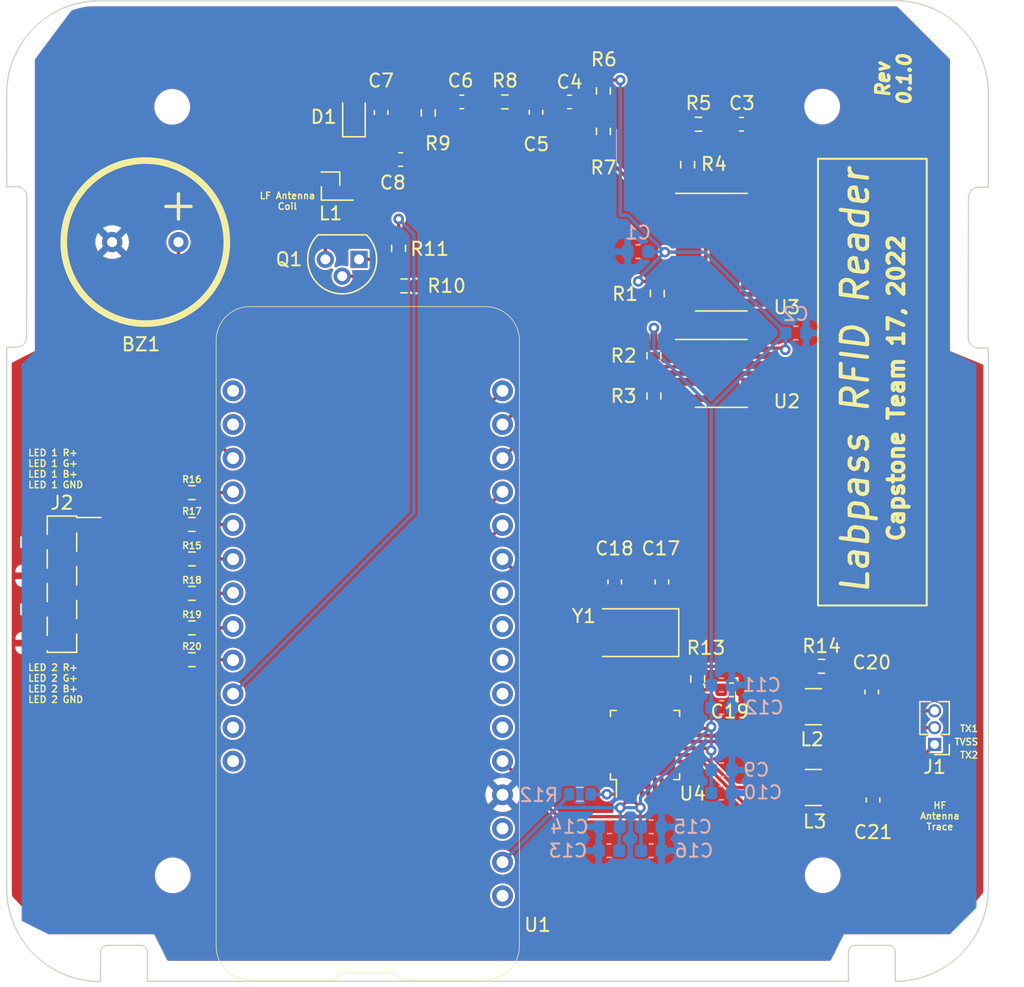
<source format=kicad_pcb>
(kicad_pcb (version 20211014) (generator pcbnew)
  (title_block (title "Labpass RFID Reader - MCU") (date "2022-04-16") (rev "0.1.0"))
  (layers (0 "F.Cu" signal) (31 "B.Cu" signal) (34 "B.Paste" user) (35 "F.Paste" user) (36 "B.SilkS" user "B.Silkscreen") (37 "F.SilkS" user "F.Silkscreen") (38 "B.Mask" user) (39 "F.Mask" user) (44 "Edge.Cuts" user))
  (net 0 "")
  (net 1 "+3V3")
  (net 2 "GND")
  (net 3 "Net-(C3-Pad2)")
  (net 4 "Net-(C4-Pad1)")
  (net 5 "Net-(C4-Pad2)")
  (net 6 "Net-(C6-Pad1)")
  (net 7 "Net-(C6-Pad2)")
  (net 8 "Net-(C8-Pad1)")
  (net 9 "Net-(C20-Pad2)")
  (net 10 "Net-(C21-Pad1)")
  (net 11 "Net-(L1-Pad1)")
  (net 12 "Net-(Q1-Pad1)")
  (net 13 "Net-(Q1-Pad2)")
  (net 14 "/labpass_rf_125k/LF_RF_RX")
  (net 15 "Net-(R2-Pad2)")
  (net 16 "Net-(R4-Pad1)")
  (net 17 "Net-(R4-Pad2)")
  (net 18 "/labpass_rf_125k/LF_RF_TX")
  (net 19 "+5V")
  (net 20 "Net-(R12-Pad2)")
  (net 21 "/labpass_rf_13.56M/SCK")
  (net 22 "/labpass_rf_13.56M/MOSI")
  (net 23 "/labpass_rf_13.56M/MISO")
  (net 24 "/labpass_rf_13.56M/SDA")
  (net 25 "/labpass_rf_13.56M/RESET")
  (net 26 "/labpass_rf_13.56M/XTAL1")
  (net 27 "/labpass_rf_13.56M/XTAL2")
  (net 28 "/labpass_rf_13.56M/VMID")
  (net 29 "/labpass_rf_13.56M/TVSS")
  (net 30 "/labpass_rf_13.56M/TX2")
  (net 31 "/labpass_rf_13.56M/TX1")
  (net 32 "/labpass_rf_13.56M/RX")
  (net 33 "Net-(J2-Pad1)")
  (net 34 "Net-(J2-Pad2)")
  (net 35 "/Indicators/buzzer")
  (net 36 "Net-(J2-Pad5)")
  (net 37 "Net-(J2-Pad6)")
  (net 38 "Net-(J2-Pad7)")
  (net 39 "/Indicators/LED_1_B")
  (net 40 "/Indicators/LED_1_R")
  (net 41 "/Indicators/LED_1_G")
  (net 42 "/Indicators/LED_2_R")
  (net 43 "/Indicators/LED_2_G")
  (net 44 "/Indicators/LED_2_B")
  (net 45 "Net-(R15-Pad2)")
  (footprint "Resistor_SMD:R_0603_1608Metric" (layer "F.Cu") (at 43.8 72.8 180)
    (fp_text reference "R15")
    (fp_text value "R_US" hide)
  )
  (footprint "Capacitor_SMD:C_0603_1608Metric" (layer "F.Cu") (at 72.274987 38.321889 180)
    (fp_text reference "C4")
    (fp_text value "100n")
  )
  (footprint "Diode_SMD:D_SOD-323F" (layer "F.Cu") (at 56.016987 39.449889 90)
    (fp_text reference "D1")
    (fp_text value "1N4148")
  )
  (footprint "Crystal:Crystal_SMD_5032-2Pin_5.0x3.2mm" (layer "F.Cu") (at 77.458987 78.361889 180)
    (fp_text reference "Y1")
    (fp_text value "27.12 MHz")
  )
  (footprint "Capstone Footprint Library:buzzer" (layer "F.Cu") (at 40.283987 48.895889 180)
    (fp_text reference "BZ1")
    (fp_text value "Buzzer" hide)
  )
  (footprint "Inductor_SMD:L_1210_3225Metric" (layer "F.Cu") (at 90.666987 83.949889)
    (fp_text reference "L2")
    (fp_text value "L")
  )
  (footprint "Capacitor_SMD:C_0603_1608Metric" (layer "F.Cu") (at 84.492987 82.677889)
    (fp_text reference "C19")
    (fp_text value "C")
  )
  (footprint "Capacitor_SMD:C_0603_1608Metric" (layer "F.Cu") (at 59.543683 42.667889)
    (fp_text reference "C8")
    (fp_text value "10n" hide)
  )
  (footprint "Connector_PinHeader_1.00mm:PinHeader_1x02_P1.00mm_Vertical_SMD_Pin1Left" (layer "F.Cu") (at 54.255 44.67 180)
    (fp_text reference "L1")
    (fp_text value "162u")
  )
  (footprint "Resistor_SMD:R_0603_1608Metric" (layer "F.Cu") (at 43.8 80.4 180)
    (fp_text reference "R20")
    (fp_text value "R_US")
  )
  (footprint "MountingHole:MountingHole_2.2mm_M2_ISO14580" (layer "F.Cu") (at 42.313114 38.691913)
    (fp_text reference "REF**" hide)
    (fp_text value "MountingHole_2.2mm_M2_ISO14580" hide)
  )
  (footprint "MountingHole:MountingHole_2.2mm_M2_ISO14580" (layer "F.Cu") (at 42.353114 96.671913)
    (fp_text reference "REF**" hide)
    (fp_text value "MountingHole_2.2mm_M2_ISO14580" hide)
  )
  (footprint "MountingHole:MountingHole_2.2mm_M2_ISO14580" (layer "F.Cu") (at 91.363114 96.661913)
    (fp_text reference "REF**" hide)
    (fp_text value "MountingHole_2.2mm_M2_ISO14580" hide)
  )
  (footprint "Resistor_SMD:R_0603_1608Metric" (layer "F.Cu") (at 91.274987 80.899889)
    (fp_text reference "R14")
    (fp_text value "R_US")
  )
  (footprint "Resistor_SMD:R_0603_1608Metric" (layer "F.Cu") (at 82.002987 40.005889)
    (fp_text reference "R5")
    (fp_text value "1k")
  )
  (footprint "Package_TO_SOT_THT:TO-92" (layer "F.Cu") (at 56.4 50.2 180)
    (fp_text reference "Q1")
    (fp_text value "BC517" hide)
  )
  (footprint "Resistor_SMD:R_0603_1608Metric" (layer "F.Cu") (at 81.177987 43.053889 -90)
    (fp_text reference "R4")
    (fp_text value "3.3k")
  )
  (footprint "Resistor_SMD:R_0603_1608Metric" (layer "F.Cu") (at 59.8 52.2 180)
    (fp_text reference "R10")
    (fp_text value "1k" hide)
  )
  (footprint "Resistor_SMD:R_0603_1608Metric" (layer "F.Cu") (at 78.637987 60.516889 -90)
    (fp_text reference "R3")
    (fp_text value "120k")
  )
  (footprint "Resistor_SMD:R_0603_1608Metric" (layer "F.Cu") (at 43.8 67.8 180)
    (fp_text reference "R16")
    (fp_text value "R_US" hide)
  )
  (footprint "Connector_PinHeader_1.27mm:PinHeader_1x08_P1.27mm_Vertical_SMD_Pin1Right" (layer "F.Cu") (at 34 74.705)
    (fp_text reference "J2")
    (fp_text value "Conn_01x04")
  )
  (footprint "Resistor_SMD:R_0603_1608Metric" (layer "F.Cu") (at 61.619987 39.146889 90)
    (fp_text reference "R9")
    (fp_text value "267k")
  )
  (footprint "Capacitor_SMD:C_0603_1608Metric" (layer "F.Cu") (at 85.234987 40.005889 180)
    (fp_text reference "C3")
    (fp_text value "~")
  )
  (footprint "Capacitor_SMD:C_0603_1608Metric" (layer "F.Cu") (at 79.236987 74.536889 -90)
    (fp_text reference "C17")
    (fp_text value "18p")
  )
  (footprint "Resistor_SMD:R_0603_1608Metric" (layer "F.Cu") (at 43.8 75.4 180)
    (fp_text reference "R18")
    (fp_text value "R_US")
  )
  (footprint "Resistor_SMD:R_0603_1608Metric" (layer "F.Cu") (at 74.827987 40.544889 -90)
    (fp_text reference "R7")
    (fp_text value "100k")
  )
  (footprint "Capacitor_SMD:C_0603_1608Metric" (layer "F.Cu") (at 75.680987 74.536889 90)
    (fp_text reference "C18")
    (fp_text value "18p")
  )
  (footprint "Connector_PinHeader_1.27mm:PinHeader_1x03_P1.27mm_Vertical" (layer "F.Cu") (at 99.8 86.8 180)
    (fp_text reference "J1")
    (fp_text value "Conn_01x03_Male")
  )
  (footprint "Resistor_SMD:R_0603_1608Metric" (layer "F.Cu") (at 67.398987 38.321889 180)
    (fp_text reference "R8")
    (fp_text value "10k")
  )
  (footprint "Capacitor_SMD:C_0603_1608Metric" (layer "F.Cu") (at 64.146987 38.321889)
    (fp_text reference "C6")
    (fp_text value "22n")
  )
  (footprint "Package_SO:SO-14_3.9x8.65mm_P1.27mm" (layer "F.Cu") (at 83.717987 49.657889)
    (fp_text reference "U3")
    (fp_text value "LM324")
  )
  (footprint "Resistor_SMD:R_0603_1608Metric" (layer "F.Cu") (at 43.8 70.2 180)
    (fp_text reference "R17")
    (fp_text value "R_US")
  )
  (footprint "Capstone Footprint Library:adafruit_huzzah_32" (layer "F.Cu") (at 57.059987 79.038139)
    (fp_text reference "U1")
    (fp_text value "adafruit_huzzah_32")
  )
  (footprint "Capacitor_SMD:C_0603_1608Metric" (layer "F.Cu") (at 95.059987 82.836889 90)
    (fp_text reference "C20")
    (fp_text value "C")
  )
  (footprint "Package_SO:SOIC-8_3.9x4.9mm_P1.27mm" (layer "F.Cu") (at 83.717987 58.801889)
    (fp_text reference "U2")
    (fp_text value "LM393")
  )
  (footprint "MountingHole:MountingHole_2.2mm_M2_ISO14580" (layer "F.Cu") (at 91.323114 38.671913)
    (fp_text reference "REF**" hide)
    (fp_text value "MountingHole_2.2mm_M2_ISO14580" hide)
  )
  (footprint "Resistor_SMD:R_0603_1608Metric" (layer "F.Cu") (at 43.8 78 180)
    (fp_text reference "R19")
    (fp_text value "R_US")
  )
  (footprint "Capacitor_SMD:C_0603_1608Metric" (layer "F.Cu") (at 95.159987 90.986889 90)
    (fp_text reference "C21")
    (fp_text value "C")
  )
  (footprint "Resistor_SMD:R_0603_1608Metric" (layer "F.Cu") (at 59.385 49.375 90)
    (fp_text reference "R11")
    (fp_text value "56")
  )
  (footprint "Package_QFP:LQFP-32_5x5mm_P0.5mm" (layer "F.Cu") (at 77.966987 86.839889 90)
    (fp_text reference "U4")
    (fp_text value "MFRC522")
  )
  (footprint "Resistor_SMD:R_0603_1608Metric" (layer "F.Cu") (at 78.891987 52.768889 -90)
    (fp_text reference "R1")
    (fp_text value "22k")
  )
  (footprint "Inductor_SMD:L_1210_3225Metric" (layer "F.Cu") (at 90.666987 90.043889 180)
    (fp_text reference "L3")
    (fp_text value "L")
  )
  (footprint "Capacitor_SMD:C_0603_1608Metric" (layer "F.Cu") (at 69.747987 39.096889 -90)
    (fp_text reference "C5")
    (fp_text value "1n")
  )
  (footprint "Resistor_SMD:R_0603_1608Metric" (layer "F.Cu") (at 78.637987 57.468889 -90)
    (fp_text reference "R2")
    (fp_text value "330k")
  )
  (footprint "Capacitor_SMD:C_0603_1608Metric" (layer "F.Cu") (at 58.063987 39.124889 -90)
    (fp_text reference "C7")
    (fp_text value "2.2n")
  )
  (footprint "Resistor_SMD:R_0603_1608Metric" (layer "F.Cu") (at 74.827987 37.496889 -90)
    (fp_text reference "R6")
    (fp_text value "1M")
  )
  (footprint "Resistor_SMD:R_0603_1608Metric" (layer "F.Cu") (at 81.939987 81.852889 -90)
    (fp_text reference "R13")
    (fp_text value "R_US")
  )
  (footprint "Capacitor_SMD:C_0603_1608Metric" (layer "B.Cu") (at 83.734987 84.011889 180)
    (fp_text reference "C11")
    (fp_text value "0.1u")
  )
  (footprint "Resistor_SMD:R_0603_1608Metric" (layer "B.Cu") (at 73.049987 90.553889)
    (fp_text reference "R12")
    (fp_text value "10k" hide)
  )
  (footprint "Capacitor_SMD:C_0603_1608Metric" (layer "B.Cu") (at 83.734987 82.311889)
    (fp_text reference "C12")
    (fp_text value "10u")
  )
  (footprint "Capacitor_SMD:C_0603_1608Metric" (layer "B.Cu") (at 83.734987 88.711889)
    (fp_text reference "C10")
    (fp_text value "10u")
  )
  (footprint "Capacitor_SMD:C_0603_1608Metric" (layer "B.Cu") (at 83.734987 90.457889 180)
    (fp_text reference "C9")
    (fp_text value "0.1u")
  )
  (footprint "Capacitor_SMD:C_0603_1608Metric" (layer "B.Cu") (at 75.252987 94.811889)
    (fp_text reference "C13")
    (fp_text value "0.1u")
  )
  (footprint "Capacitor_SMD:C_0603_1608Metric" (layer "B.Cu") (at 75.284987 93.011889 180)
    (fp_text reference "C14")
    (fp_text value "10u")
  )
  (footprint "Capacitor_SMD:C_0603_1608Metric" (layer "B.Cu") (at 89.334987 55.753889 180)
    (fp_text reference "C2")
    (fp_text value "0.1u")
  )
  (footprint "Capacitor_SMD:C_0603_1608Metric" (layer "B.Cu") (at 78.434987 94.811889 180)
    (fp_text reference "C15")
    (fp_text value "0.1u")
  )
  (footprint "Capacitor_SMD:C_0603_1608Metric" (layer "B.Cu") (at 78.434987 93.011889)
    (fp_text reference "C16")
    (fp_text value "10u")
  )
  (footprint "Capacitor_SMD:C_0603_1608Metric" (layer "B.Cu") (at 77.434987 49.611889 180)
    (fp_text reference "C1")
    (fp_text value "1u")
  )
  (gr_rect (start 91.009987 76.311889) (end 99.209987 42.611889) (layer "F.SilkS") (width 0.15) (fill none))
  (gr_line (start 103.853094 44.751913) (end 103.853094 37.695038) (layer "Edge.Cuts") (width 0.1))
  (gr_arc (start 36.913114 102.455018) (mid 37.059551 102.101454) (end 37.413114 101.955018) (layer "Edge.Cuts") (width 0.1))
  (gr_line (start 30.588114 44.711913) (end 29.833114 44.711913) (layer "Edge.Cuts") (width 0.1))
  (gr_arc (start 103.098094 56.881913) (mid 102.56077 56.659255) (end 102.338094 56.121913) (layer "Edge.Cuts") (width 0.1))
  (gr_line (start 29.829989 97.661913) (end 29.830017 56.830029) (layer "Edge.Cuts") (width 0.1))
  (gr_arc (start 102.358094 45.521913) (mid 102.580684 44.984498) (end 103.118094 44.761913) (layer "Edge.Cuts") (width 0.1))
  (gr_line (start 37.413114 101.955018) (end 39.943114 101.955018) (layer "Edge.Cuts") (width 0.1))
  (gr_arc (start 29.829989 37.711893) (mid 31.883063 32.746899) (end 36.843114 30.681913) (layer "Edge.Cuts") (width 0.1))
  (gr_line (start 103.098094 56.881913) (end 103.853094 56.881913) (layer "Edge.Cuts") (width 0.1))
  (gr_line (start 40.443114 104.665018) (end 40.443114 102.455018) (layer "Edge.Cuts") (width 0.1))
  (gr_line (start 93.309969 104.665018) (end 40.443114 104.665018) (layer "Edge.Cuts") (width 0.1))
  (gr_line (start 30.580017 56.830029) (end 29.830017 56.830029) (layer "Edge.Cuts") (width 0.1))
  (gr_arc (start 96.823114 30.681913) (mid 101.78811 32.734996) (end 103.853094 37.695038) (layer "Edge.Cuts") (width 0.1))
  (gr_line (start 29.833114 44.711913) (end 29.829989 37.711893) (layer "Edge.Cuts") (width 0.1))
  (gr_line (start 93.309969 104.665018) (end 93.309969 102.455018) (layer "Edge.Cuts") (width 0.1))
  (gr_arc (start 31.328114 56.071913) (mid 31.111065 56.605891) (end 30.580017 56.830029) (layer "Edge.Cuts") (width 0.1))
  (gr_line (start 96.839969 104.665018) (end 96.839969 102.455018) (layer "Edge.Cuts") (width 0.1))
  (gr_arc (start 36.903114 104.681913) (mid 31.909852 102.639634) (end 29.829989 97.661913) (layer "Edge.Cuts") (width 0.1))
  (gr_line (start 31.348114 45.460029) (end 31.328114 56.071913) (layer "Edge.Cuts") (width 0.1))
  (gr_arc (start 93.309969 102.455018) (mid 93.456409 102.101474) (end 93.809969 101.955018) (layer "Edge.Cuts") (width 0.1))
  (gr_line (start 96.823114 30.681913) (end 36.843114 30.681913) (layer "Edge.Cuts") (width 0.1))
  (gr_line (start 93.809969 101.955018) (end 96.339969 101.955018) (layer "Edge.Cuts") (width 0.1))
  (gr_arc (start 39.943114 101.955018) (mid 40.296671 102.101472) (end 40.443114 102.455018) (layer "Edge.Cuts") (width 0.1))
  (gr_line (start 103.853094 97.635038) (end 103.853094 56.881913) (layer "Edge.Cuts") (width 0.1))
  (gr_arc (start 30.588114 44.711913) (mid 31.121337 44.930327) (end 31.348114 45.460029) (layer "Edge.Cuts") (width 0.1))
  (gr_arc (start 96.339969 101.955018) (mid 96.693549 102.101432) (end 96.839969 102.455018) (layer "Edge.Cuts") (width 0.1))
  (gr_arc (start 103.853094 97.635038) (mid 101.800005 102.600034) (end 96.839969 104.665018) (layer "Edge.Cuts") (width 0.1))
  (gr_line (start 36.903114 104.681913) (end 36.913114 102.455018) (layer "Edge.Cuts") (width 0.1))
  (gr_line (start 103.118094 44.761913) (end 103.853094 44.751913) (layer "Edge.Cuts") (width 0.1))
  (gr_line (start 102.338094 56.121913) (end 102.358094 45.521913) (layer "Edge.Cuts") (width 0.1))
  (gr_text "LED 1 R+\nLED 1 G+\nLED 1 B+\nLED 1 GND" (at 31.4 66) (layer "F.SilkS") (effects (font (size 0.5 0.5) (thickness 0.1)) (justify left)))
  (gr_text "TVSS" (at 102.2 86.6) (layer "F.SilkS") (effects (font (size 0.5 0.5) (thickness 0.1))))
  (gr_text "LF Antenna\nCoil\n" (at 51 45.8) (layer "F.SilkS") (effects (font (size 0.5 0.5) (thickness 0.1))))
  (gr_text "HF\nAntenna\nTrace" (at 100.2 92.2) (layer "F.SilkS") (effects (font (size 0.5 0.5) (thickness 0.1))))
  (gr_text "Capstone Team 17, 2022" (at 96.909987 59.911889 90) (layer "F.SilkS") (effects (font (size 1.2 1.2) (thickness 0.3))))
  (gr_text "Labpass RFID Reader" (at 93.809987 59.311889 90) (layer "F.SilkS") (effects (font (size 2 2) (thickness 0.3) italic)))
  (gr_text "TX2" (at 102.4 87.6) (layer "F.SilkS") (effects (font (size 0.5 0.5) (thickness 0.1))))
  (gr_text "TX1" (at 102.4 85.6) (layer "F.SilkS") (effects (font (size 0.5 0.5) (thickness 0.1))))
  (gr_text "Rev\n0.1.0" (at 96.709987 36.611889 90) (layer "F.SilkS") (effects (font (size 1 1) (thickness 0.25) italic)))
  (gr_text "LED 2 R+\nLED 2 G+\nLED 2 B+\nLED 2 GND" (at 31.4 82.2) (layer "F.SilkS") (effects (font (size 0.5 0.5) (thickness 0.1)) (justify left)))
  (segment (start 82.837987 85.589889) (end 82.955987 85.471889) (width 0.25) (layer "F.Cu") (net 1))
  (segment (start 88.416987 56.896889) (end 88.543987 57.023889) (width 0.5) (layer "F.Cu") (net 1))
  (segment (start 86.192987 56.896889) (end 88.416987 56.896889) (width 0.25) (layer "F.Cu") (net 1))
  (segment (start 79.459987 49.657889) (end 81.242987 49.657889) (width 0.25) (layer "F.Cu") (net 1))
  (segment (start 82.795987 87.089889) (end 82.955987 87.249889) (width 0.25) (layer "F.Cu") (net 1))
  (segment (start 81.141987 85.589889) (end 82.837987 85.589889) (width 0.25) (layer "F.Cu") (net 1))
  (segment (start 78.809987 51.861889) (end 78.891987 51.943889) (width 0.25) (layer "F.Cu") (net 1))
  (segment (start 77.216987 91.162889) (end 77.621987 91.567889) (width 0.25) (layer "F.Cu") (net 1))
  (segment (start 76.716987 90.948889) (end 76.097987 91.567889) (width 0.25) (layer "F.Cu") (net 1))
  (segment (start 76.716987 90.014889) (end 76.716987 90.948889) (width 0.25) (layer "F.Cu") (net 1))
  (segment (start 81.141987 87.089889) (end 82.795987 87.089889) (width 0.25) (layer "F.Cu") (net 1))
  (segment (start 74.827987 36.671889) (end 76.097987 36.671889) (width 0.25) (layer "F.Cu") (net 1))
  (segment (start 77.216987 90.014889) (end 77.216987 91.162889) (width 0.25) (layer "F.Cu") (net 1))
  (segment (start 78.637987 55.373889) (end 78.637987 56.643889) (width 0.5) (layer "F.Cu") (net 1))
  (segment (start 77.459987 51.861889) (end 78.809987 51.861889) (width 0.25) (layer "F.Cu") (net 1))
  (via (at 79.459987 49.657889) (size 0.8) (drill 0.4) (layers "F.Cu" "B.Cu") (net 1))
  (via (at 88.543987 57.023889) (size 0.8) (drill 0.4) (layers "F.Cu" "B.Cu") (net 1))
  (via (at 77.621987 91.567889) (size 0.8) (drill 0.4) (layers "F.Cu" "B.Cu") (net 1))
  (via (at 77.459987 51.861889) (size 0.8) (drill 0.4) (layers "F.Cu" "B.Cu") (net 1))
  (via (at 82.955987 87.249889) (size 0.8) (drill 0.4) (layers "F.Cu" "B.Cu") (net 1))
  (via (at 78.637987 55.373889) (size 0.8) (drill 0.4) (layers "F.Cu" "B.Cu") (net 1))
  (via (at 76.097987 91.567889) (size 0.8) (drill 0.4) (layers "F.Cu" "B.Cu") (net 1))
  (via (at 76.097987 36.671889) (size 0.8) (drill 0.4) (layers "F.Cu" "B.Cu") (net 1))
  (via (at 82.955987 85.471889) (size 0.8) (drill 0.4) (layers "F.Cu" "B.Cu") (net 1))
  (segment (start 77.621987 91.567889) (end 77.621987 92.973889) (width 0.25) (layer "B.Cu") (net 1))
  (segment (start 77.621987 90.805889) (end 77.621987 91.567889) (width 0.25) (layer "B.Cu") (net 1))
  (segment (start 71.327237 91.567889) (end 67.219987 95.675139) (width 0.25) (layer "B.Cu") (net 1))
  (segment (start 78.637987 57.031889) (end 82.959987 61.353889) (width 0.25) (layer "B.Cu") (net 1))
  (segment (start 82.959987 90.457889) (end 82.959987 88.711889) (width 0.25) (layer "B.Cu") (net 1))
  (segment (start 79.413987 49.611889) (end 79.459987 49.657889) (width 0.25) (layer "B.Cu") (net 1))
  (segment (start 72.224987 90.670139) (end 72.224987 90.553889) (width 0.25) (layer "B.Cu") (net 1))
  (segment (start 88.559987 55.753889) (end 88.559987 57.007889) (width 0.25) (layer "B.Cu") (net 1))
  (segment (start 76.665987 46.863889) (end 79.459987 49.657889) (width 0.25) (layer "B.Cu") (net 1))
  (segment (start 82.955987 85.471889) (end 80.637987 87.789889) (width 0.25) (layer "B.Cu") (net 1))
  (segment (start 76.097987 36.671889) (end 76.097987 46.863889) (width 0.25) (layer "B.Cu") (net 1))
  (segment (start 76.097987 91.567889) (end 76.097987 92.973889) (width 0.25) (layer "B.Cu") (net 1))
  (segment (start 77.659987 94.811889) (end 77.659987 93.011889) (width 0.25) (layer "B.Cu") (net 1))
  (segment (start 67.219987 95.675139) (end 72.224987 90.670139) (width 0.25) (layer "B.Cu") (net 1))
  (segment (start 76.097987 92.973889) (end 76.059987 93.011889) (width 0.25) (layer "B.Cu") (net 1))
  (segment (start 82.955987 87.249889) (end 82.955987 88.707889) (width 0.25) (layer "B.Cu") (net 1))
  (segment (start 82.955987 84.015889) (end 82.959987 84.011889) (width 0.25) (layer "B.Cu") (net 1))
  (segment (start 82.955987 88.707889) (end 82.959987 88.711889) (width 0.25) (layer "B.Cu") (net 1))
  (segment (start 82.959987 82.311889) (end 82.959987 84.011889) (width 0.25) (layer "B.Cu") (net 1))
  (segment (start 78.209987 49.611889) (end 79.413987 49.611889) (width 0.25) (layer "B.Cu") (net 1))
  (segment (start 76.027987 94.811889) (end 76.027987 93.043889) (width 0.25) (layer "B.Cu") (net 1))
  (segment (start 82.955987 85.471889) (end 82.955987 87.249889) (width 0.25) (layer "B.Cu") (net 1))
  (segment (start 80.637987 87.789889) (end 77.621987 90.805889) (width 0.25) (layer "B.Cu") (net 1))
  (segment (start 88.559987 57.007889) (end 88.543987 57.023889) (width 0.25) (layer "B.Cu") (net 1))
  (segment (start 77.621987 92.973889) (end 77.659987 93.011889) (width 0.25) (layer "B.Cu") (net 1))
  (segment (start 76.097987 46.863889) (end 76.665987 46.863889) (width 0.25) (layer "B.Cu") (net 1))
  (segment (start 76.097987 91.567889) (end 77.621987 91.567889) (width 0.25) (layer "B.Cu") (net 1))
  (segment (start 79.459987 49.657889) (end 82.463987 49.657889) (width 0.25) (layer "B.Cu") (net 1))
  (segment (start 82.959987 82.311889) (end 82.959987 61.353889) (width 0.25) (layer "B.Cu") (net 1))
  (segment (start 82.955987 85.471889) (end 82.955987 84.015889) (width 0.25) (layer "B.Cu") (net 1))
  (segment (start 82.959987 61.353889) (end 88.559987 55.753889) (width 0.25) (layer "B.Cu") (net 1))
  (segment (start 77.459987 51.861889) (end 77.459987 51.657889) (width 0.25) (layer "B.Cu") (net 1))
  (segment (start 78.637987 55.373889) (end 78.637987 57.031889) (width 0.25) (layer "B.Cu") (net 1))
  (segment (start 76.027987 93.043889) (end 76.059987 93.011889) (width 0.25) (layer "B.Cu") (net 1))
  (segment (start 82.463987 49.657889) (end 88.559987 55.753889) (width 0.25) (layer "B.Cu") (net 1))
  (segment (start 76.097987 91.567889) (end 71.327237 91.567889) (width 0.25) (layer "B.Cu") (net 1))
  (segment (start 77.459987 51.657889) (end 79.459987 49.657889) (width 0.25) (layer "B.Cu") (net 1))
  (segment (start 82.827987 40.005889) (end 84.459987 40.005889) (width 0.25) (layer "F.Cu") (net 3))
  (segment (start 74.827987 38.321889) (end 73.049987 38.321889) (width 0.25) (layer "F.Cu") (net 4))
  (segment (start 80.934231 48.387889) (end 75.579907 43.033565) (width 0.25) (layer "F.Cu") (net 4))
  (segment (start 74.827987 39.719889) (end 74.827987 38.321889) (width 0.25) (layer "F.Cu") (net 4))
  (segment (start 75.579907 43.033565) (end 75.579907 40.471809) (width 0.25) (layer "F.Cu") (net 4))
  (segment (start 81.242987 48.387889) (end 80.934231 48.387889) (width 0.25) (layer "F.Cu") (net 4))
  (segment (start 75.579907 40.471809) (end 74.827987 39.719889) (width 0.25) (layer "F.Cu") (net 4))
  (segment (start 71.499987 38.321889) (end 69.747987 38.321889) (width 0.25) (layer "F.Cu") (net 5))
  (segment (start 69.747987 38.321889) (end 68.223987 38.321889) (width 0.25) (layer "F.Cu") (net 5))
  (segment (start 61.619987 38.321889) (end 58.091987 38.321889) (width 0.25) (layer "F.Cu") (net 6))
  (segment (start 56.016987 38.349889) (end 58.063987 38.349889) (width 0.25) (layer "F.Cu") (net 6))
  (segment (start 58.091987 38.321889) (end 58.063987 38.349889) (width 0.25) (layer "F.Cu") (net 6))
  (segment (start 63.371987 38.321889) (end 61.619987 38.321889) (width 0.25) (layer "F.Cu") (net 6))
  (segment (start 66.573987 38.321889) (end 64.921987 38.321889) (width 0.25) (layer "F.Cu") (net 7))
  (segment (start 57.266572 44.17) (end 58.768683 42.667889) (width 0.25) (layer "F.Cu") (net 8))
  (segment (start 56.016987 41.533013) (end 53.38 44.17) (width 0.25) (layer "F.Cu") (net 8))
  (segment (start 53.38 44.17) (end 57.266572 44.17) (width 0.25) (layer "F.Cu") (net 8))
  (segment (start 56.016987 40.549889) (end 56.016987 41.533013) (width 0.25) (layer "F.Cu") (net 8))
  (segment (start 92.066987 83.949889) (end 93.171987 83.949889) (width 0.25) (layer "F.Cu") (net 9))
  (segment (start 93.171987 83.949889) (end 95.059987 82.061889) (width 0.25) (layer "F.Cu") (net 9))
  (segment (start 92.066987 80.932889) (end 92.066987 83.949889) (width 0.25) (layer "F.Cu") (net 9))
  (segment (start 92.099987 80.899889) (end 92.066987 80.932889) (width 0.25) (layer "F.Cu") (net 9))
  (segment (start 95.059987 82.061889) (end 97.258098 84.26) (width 0.25) (layer "F.Cu") (net 9))
  (segment (start 97.258098 84.26) (end 99.8 84.26) (width 0.25) (layer "F.Cu") (net 9))
  (segment (start 92.066987 90.043889) (end 93.441987 90.043889) (width 0.25) (layer "F.Cu") (net 10))
  (segment (start 95.159987 91.440013) (end 95.159987 91.761889) (width 0.25) (layer "F.Cu") (net 10))
  (segment (start 99.8 86.8) (end 95.159987 91.440013) (width 0.25) (layer "F.Cu") (net 10))
  (segment (start 93.441987 90.043889) (end 95.159987 91.761889) (width 0.25) (layer "F.Cu") (net 10))
  (segment (start 55.13 45.17) (end 53.86 46.44) (width 0.25) (layer "F.Cu") (net 11))
  (segment (start 53.86 46.44) (end 53.86 50.2) (width 0.25) (layer "F.Cu") (net 11))
  (segment (start 56.4 50.2) (end 59.385 50.2) (width 0.25) (layer "F.Cu") (net 12))
  (segment (start 55.13 51.47) (end 58.245 51.47) (width 0.25) (layer "F.Cu") (net 13))
  (segment (start 58.245 51.47) (end 58.975 52.2) (width 0.25) (layer "F.Cu") (net 13))
  (segment (start 67.219987 65.195139) (end 78.821237 53.593889) (width 0.25) (layer "F.Cu") (net 14))
  (segment (start 78.821237 53.593889) (end 78.891987 53.593889) (width 0.25) (layer "F.Cu") (net 14))
  (segment (start 81.242987 56.896889) (end 81.242987 55.944889) (width 0.25) (layer "F.Cu") (net 14))
  (segment (start 81.242987 55.944889) (end 78.891987 53.593889) (width 0.25) (layer "F.Cu") (net 14))
  (segment (start 78.637987 58.293889) (end 78.637987 59.691889) (width 0.25) (layer "F.Cu") (net 15))
  (segment (start 78.637987 58.293889) (end 81.115987 58.293889) (width 0.25) (layer "F.Cu") (net 15))
  (segment (start 81.115987 58.293889) (end 81.242987 58.166889) (width 0.25) (layer "F.Cu") (net 15))
  (segment (start 81.177987 42.228889) (end 79.943467 43.463409) (width 0.25) (layer "F.Cu") (net 16))
  (segment (start 79.943467 43.463409) (end 79.943467 46.194441) (width 0.25) (layer "F.Cu") (net 16))
  (segment (start 79.943467 46.194441) (end 80.866915 47.117889) (width 0.25) (layer "F.Cu") (net 16))
  (segment (start 81.177987 40.005889) (end 81.177987 42.228889) (width 0.25) (layer "F.Cu") (net 16))
  (segment (start 80.866915 47.117889) (end 81.242987 47.117889) (width 0.25) (layer "F.Cu") (net 16))
  (segment (start 81.177987 43.878889) (end 81.177987 45.782889) (width 0.25) (layer "F.Cu") (net 17))
  (segment (start 81.619059 45.847889) (end 82.542507 46.771337) (width 0.25) (layer "F.Cu") (net 17))
  (segment (start 81.177987 45.782889) (end 81.242987 45.847889) (width 0.25) (layer "F.Cu") (net 17))
  (segment (start 82.542507 46.771337) (end 82.542507 59.215369) (width 0.25) (layer "F.Cu") (net 17))
  (segment (start 82.320987 59.436889) (end 81.242987 59.436889) (width 0.25) (layer "F.Cu") (net 17))
  (segment (start 82.542507 59.215369) (end 82.320987 59.436889) (width 0.25) (layer "F.Cu") (net 17))
  (segment (start 81.242987 45.847889) (end 81.619059 45.847889) (width 0.25) (layer "F.Cu") (net 17))
  (segment (start 68.284298 59.674286) (end 68.284298 61.590828) (width 0.25) (layer "F.Cu") (net 18))
  (segment (start 60.810012 52.2) (end 68.284298 59.674286) (width 0.25) (layer "F.Cu") (net 18))
  (segment (start 68.284298 61.590828) (end 67.219987 62.655139) (width 0.25) (layer "F.Cu") (net 18))
  (segment (start 60.625 52.2) (end 60.810012 52.2) (width 0.25) (layer "F.Cu") (net 18))
  (segment (start 59.385 48.55) (end 59.385 47.152) (width 0.25) (layer "F.Cu") (net 19))
  (via (at 59.385 47.152) (size 0.8) (drill 0.4) (layers "F.Cu" "B.Cu") (net 19))
  (segment (start 59.385 47.152) (end 60.525987 48.292987) (width 0.25) (layer "B.Cu") (net 19))
  (segment (start 60.525987 69.349139) (end 46.899987 82.975139) (width 0.25) (layer "B.Cu") (net 19))
  (segment (start 60.525987 48.292987) (end 60.525987 69.349139) (width 0.25) (layer "B.Cu") (net 19))
  (segment (start 75.679987 90.551889) (end 76.216987 90.014889) (width 0.25) (layer "F.Cu") (net 20))
  (segment (start 75.081987 90.551889) (end 75.679987 90.551889) (width 0.25) (layer "F.Cu") (net 20))
  (via (at 75.081987 90.551889) (size 0.8) (drill 0.4) (layers "F.Cu" "B.Cu") (net 20))
  (segment (start 73.874987 90.553889) (end 75.079987 90.553889) (width 0.25) (layer "B.Cu") (net 20))
  (segment (start 75.079987 90.553889) (end 75.081987 90.551889) (width 0.25) (layer "B.Cu") (net 20))
  (segment (start 74.791987 87.089889) (end 73.976981 87.089889) (width 0.25) (layer "F.Cu") (net 21))
  (segment (start 73.976981 87.089889) (end 68.331898 81.444806) (width 0.25) (layer "F.Cu") (net 21))
  (segment (start 68.331898 81.444806) (end 68.331898 73.92705) (width 0.25) (layer "F.Cu") (net 21))
  (segment (start 68.331898 73.92705) (end 67.219987 72.815139) (width 0.25) (layer "F.Cu") (net 21))
  (segment (start 66.108076 83.435709) (end 66.108076 71.38705) (width 0.25) (layer "F.Cu") (net 22))
  (segment (start 70.867218 87.589889) (end 67.479218 84.201889) (width 0.25) (layer "F.Cu") (net 22))
  (segment (start 67.479218 84.201889) (end 66.874256 84.201889) (width 0.25) (layer "F.Cu") (net 22))
  (segment (start 66.874256 84.201889) (end 66.108076 83.435709) (width 0.25) (layer "F.Cu") (net 22))
  (segment (start 74.791987 87.589889) (end 70.867218 87.589889) (width 0.25) (layer "F.Cu") (net 22))
  (segment (start 66.108076 71.38705) (end 67.219987 70.275139) (width 0.25) (layer "F.Cu") (net 22))
  (segment (start 65.429987 85.29762) (end 65.429987 69.525139) (width 0.25) (layer "F.Cu") (net 23))
  (segment (start 69.143396 88.089889) (end 67.680557 86.62705) (width 0.25) (layer "F.Cu") (net 23))
  (segment (start 65.429987 69.525139) (end 67.219987 67.735139) (width 0.25) (layer "F.Cu") (net 23))
  (segment (start 67.680557 86.62705) (end 66.759417 86.62705) (width 0.25) (layer "F.Cu") (net 23))
  (segment (start 74.791987 88.089889) (end 69.143396 88.089889) (width 0.25) (layer "F.Cu") (net 23))
  (segment (start 66.759417 86.62705) (end 65.429987 85.29762) (width 0.25) (layer "F.Cu") (net 23))
  (segment (start 68.733818 76.18172) (end 68.733818 67.43972) (width 0.25) (layer "F.Cu") (net 24))
  (segment (start 66.155676 61.17945) (end 67.219987 60.115139) (width 0.25) (layer "F.Cu") (net 24))
  (segment (start 76.216987 83.664889) (end 68.733818 76.18172) (width 0.25) (layer "F.Cu") (net 24))
  (segment (start 67.553548 66.25945) (end 66.537548 66.25945) (width 0.25) (layer "F.Cu") (net 24))
  (segment (start 68.733818 67.43972) (end 67.553548 66.25945) (width 0.25) (layer "F.Cu") (net 24))
  (segment (start 66.155676 65.877578) (end 66.155676 61.17945) (width 0.25) (layer "F.Cu") (net 24))
  (segment (start 66.537548 66.25945) (end 66.155676 65.877578) (width 0.25) (layer "F.Cu") (net 24))
  (segment (start 78.716987 91.430187) (end 77.902374 92.2448) (width 0.25) (layer "F.Cu") (net 25))
  (segment (start 78.716987 90.014889) (end 78.716987 91.430187) (width 0.25) (layer "F.Cu") (net 25))
  (segment (start 71.409648 92.2448) (end 67.219987 88.055139) (width 0.25) (layer "F.Cu") (net 25))
  (segment (start 77.902374 92.2448) (end 71.409648 92.2448) (width 0.25) (layer "F.Cu") (net 25))
  (segment (start 79.236987 75.311889) (end 79.308987 75.383889) (width 0.25) (layer "F.Cu") (net 26))
  (segment (start 79.308987 75.383889) (end 79.308987 78.361889) (width 0.25) (layer "F.Cu") (net 26))
  (segment (start 79.308987 78.361889) (end 77.716987 79.953889) (width 0.25) (layer "F.Cu") (net 26))
  (segment (start 77.716987 79.953889) (end 77.716987 83.664889) (width 0.25) (layer "F.Cu") (net 26))
  (segment (start 75.608987 78.361889) (end 77.216987 79.969889) (width 0.25) (layer "F.Cu") (net 27))
  (segment (start 75.680987 75.311889) (end 75.608987 75.383889) (width 0.25) (layer "F.Cu") (net 27))
  (segment (start 75.608987 75.383889) (end 75.608987 78.361889) (width 0.25) (layer "F.Cu") (net 27))
  (segment (start 77.216987 79.969889) (end 77.216987 83.664889) (width 0.25) (layer "F.Cu") (net 27))
  (segment (start 81.939987 82.677889) (end 81.141987 83.475889) (width 0.25) (layer "F.Cu") (net 28))
  (segment (start 81.939987 82.677889) (end 83.717987 82.677889) (width 0.25) (layer "F.Cu") (net 28))
  (segment (start 81.141987 83.475889) (end 81.141987 85.089889) (width 0.25) (layer "F.Cu") (net 28))
  (segment (start 89.860244 91.645809) (end 90.168907 91.337146) (width 0.25) (layer "F.Cu") (net 29))
  (segment (start 93.390067 88.441969) (end 91.473731 88.441969) (width 0.25) (layer "F.Cu") (net 29))
  (segment (start 95.059987 84.855713) (end 93.85785 86.05785) (width 0.25) (layer "F.Cu") (net 29))
  (segment (start 94.385699 85.53) (end 99.8 85.53) (width 0.25) (layer "F.Cu") (net 29))
  (segment (start 85.826209 91.645809) (end 89.860244 91.645809) (width 0.25) (layer "F.Cu") (net 29))
  (segment (start 82.270289 88.089889) (end 85.826209 91.645809) (width 0.25) (layer "F.Cu") (net 29))
  (segment (start 93.85785 86.05785) (end 94.385699 85.53) (width 0.25) (layer "F.Cu") (net 29))
  (segment (start 95.059987 83.611889) (end 95.059987 84.855713) (width 0.25) (layer "F.Cu") (net 29))
  (segment (start 90.168907 91.337146) (end 90.168907 89.746792) (width 0.25) (layer "F.Cu") (net 29))
  (segment (start 81.141987 88.089889) (end 82.270289 88.089889) (width 0.25) (layer "F.Cu") (net 29))
  (segment (start 90.168907 89.746792) (end 90.95785 88.95785) (width 0.25) (layer "F.Cu") (net 29))
  (segment (start 95.159987 90.211889) (end 93.390067 88.441969) (width 0.25) (layer "F.Cu") (net 29))
  (segment (start 90.95785 88.95785) (end 93.85785 86.05785) (width 0.25) (layer "F.Cu") (net 29))
  (segment (start 91.473731 88.441969) (end 90.95785 88.95785) (width 0.25) (layer "F.Cu") (net 29))
  (segment (start 84.7076 86.572978) (end 87.330689 83.949889) (width 0.25) (layer "F.Cu") (net 30))
  (segment (start 87.330689 83.949889) (end 89.266987 83.949889) (width 0.25) (layer "F.Cu") (net 30))
  (segment (start 81.158898 86.572978) (end 84.7076 86.572978) (width 0.25) (layer "F.Cu") (net 30))
  (segment (start 81.141987 86.589889) (end 81.158898 86.572978) (width 0.25) (layer "F.Cu") (net 30))
  (segment (start 81.141987 87.589889) (end 82.338689 87.589889) (width 0.25) (layer "F.Cu") (net 31))
  (segment (start 84.792689 90.043889) (end 89.266987 90.043889) (width 0.25) (layer "F.Cu") (net 31))
  (segment (start 82.338689 87.589889) (end 84.792689 90.043889) (width 0.25) (layer "F.Cu") (net 31))
  (segment (start 79.716987 83.250889) (end 81.939987 81.027889) (width 0.25) (layer "F.Cu") (net 32))
  (segment (start 79.716987 83.664889) (end 79.716987 83.250889) (width 0.25) (layer "F.Cu") (net 32))
  (segment (start 82.067987 80.899889) (end 81.939987 81.027889) (width 0.25) (layer "F.Cu") (net 32))
  (segment (start 90.449987 80.899889) (end 82.067987 80.899889) (width 0.25) (layer "F.Cu") (net 32))
  (segment (start 35.5 70.26) (end 40.515 70.26) (width 0.25) (layer "F.Cu") (net 33))
  (segment (start 40.515 70.26) (end 42.975 67.8) (width 0.25) (layer "F.Cu") (net 33))
  (segment (start 32.5 71.53) (end 41.645 71.53) (width 0.25) (layer "F.Cu") (net 34))
  (segment (start 41.645 71.53) (end 42.975 70.2) (width 0.25) (layer "F.Cu") (net 34))
  (segment (start 42.783987 61.079139) (end 46.899987 65.195139) (width 0.25) (layer "F.Cu") (net 35))
  (segment (start 42.783987 48.895889) (end 42.783987 61.079139) (width 0.25) (layer "F.Cu") (net 35))
  (segment (start 42.915 75.34) (end 42.975 75.4) (width 0.25) (layer "F.Cu") (net 36))
  (segment (start 35.5 75.34) (end 42.915 75.34) (width 0.25) (layer "F.Cu") (net 36))
  (segment (start 41.585 76.61) (end 42.975 78) (width 0.25) (layer "F.Cu") (net 37))
  (segment (start 32.5 76.61) (end 41.585 76.61) (width 0.25) (layer "F.Cu") (net 37))
  (segment (start 40.455 77.88) (end 42.975 80.4) (width 0.25) (layer "F.Cu") (net 38))
  (segment (start 35.5 77.88) (end 40.455 77.88) (width 0.25) (layer "F.Cu") (net 38))
  (segment (start 46.884848 72.8) (end 46.899987 72.815139) (width 0.25) (layer "F.Cu") (net 39))
  (segment (start 44.625 72.8) (end 46.884848 72.8) (width 0.25) (layer "F.Cu") (net 39))
  (segment (start 44.625 67.8) (end 46.835126 67.8) (width 0.25) (layer "F.Cu") (net 40))
  (segment (start 46.835126 67.8) (end 46.899987 67.735139) (width 0.25) (layer "F.Cu") (net 40))
  (segment (start 44.625 70.2) (end 46.824848 70.2) (width 0.25) (layer "F.Cu") (net 41))
  (segment (start 46.824848 70.2) (end 46.899987 70.275139) (width 0.25) (layer "F.Cu") (net 41))
  (segment (start 46.855126 75.4) (end 46.899987 75.355139) (width 0.25) (layer "F.Cu") (net 42))
  (segment (start 44.625 75.4) (end 46.855126 75.4) (width 0.25) (layer "F.Cu") (net 42))
  (segment (start 44.625 78) (end 46.795126 78) (width 0.25) (layer "F.Cu") (net 43))
  (segment (start 46.795126 78) (end 46.899987 77.895139) (width 0.25) (layer "F.Cu") (net 43))
  (segment (start 46.864848 80.4) (end 46.899987 80.435139) (width 0.25) (layer "F.Cu") (net 44))
  (segment (start 44.625 80.4) (end 46.864848 80.4) (width 0.25) (layer "F.Cu") (net 44))
  (segment (start 35.5 72.8) (end 42.975 72.8) (width 0.25) (layer "F.Cu") (net 45))
  (zone locked (net 2) (net_name "GND") (layer "F.Cu") (connect_pads (clearance 0)) (min_thickness 0.254) (fill yes (thermal_gap 0.508) (thermal_bridge_width 0.508))
    (polygon (pts (xy 100.959987 35.111889) (xy 100.959987 57.111889) (xy 103.6 58.2) (xy 103.6 97.8) (xy 100.959987 101.111889) (xy 92.959987 101.111889) (xy 91.959987 103.111889) (xy 41.959987 103.111889) (xy 40.959987 101.111889) (xy 32.959987 101.111889) (xy 30 98) (xy 30 58.111889) (xy 31.959987 57.111889) (xy 31.959987 35.111889) (xy 34.959987 31.111889) (xy 96.959987 31.111889)))
  )
  (zone locked (net 2) (net_name "GND") (layer "B.Cu") (connect_pads (clearance 0)) (min_thickness 0.254) (fill yes (thermal_gap 0.508) (thermal_bridge_width 0.508))
    (polygon (pts (xy 100.959987 35.111889) (xy 100.959987 57.111889) (xy 102.959987 58.111889) (xy 102.959987 99.111889) (xy 100.959987 101.111889) (xy 92.959987 101.111889) (xy 91.959987 103.111889) (xy 41.959987 103.111889) (xy 40.959987 101.111889) (xy 32.959987 101.111889) (xy 30.959987 100.111889) (xy 30.959987 58.111889) (xy 31.959987 57.111889) (xy 31.959987 35.111889) (xy 34.959987 31.111889) (xy 96.959987 31.111889)))
  )
)
</source>
